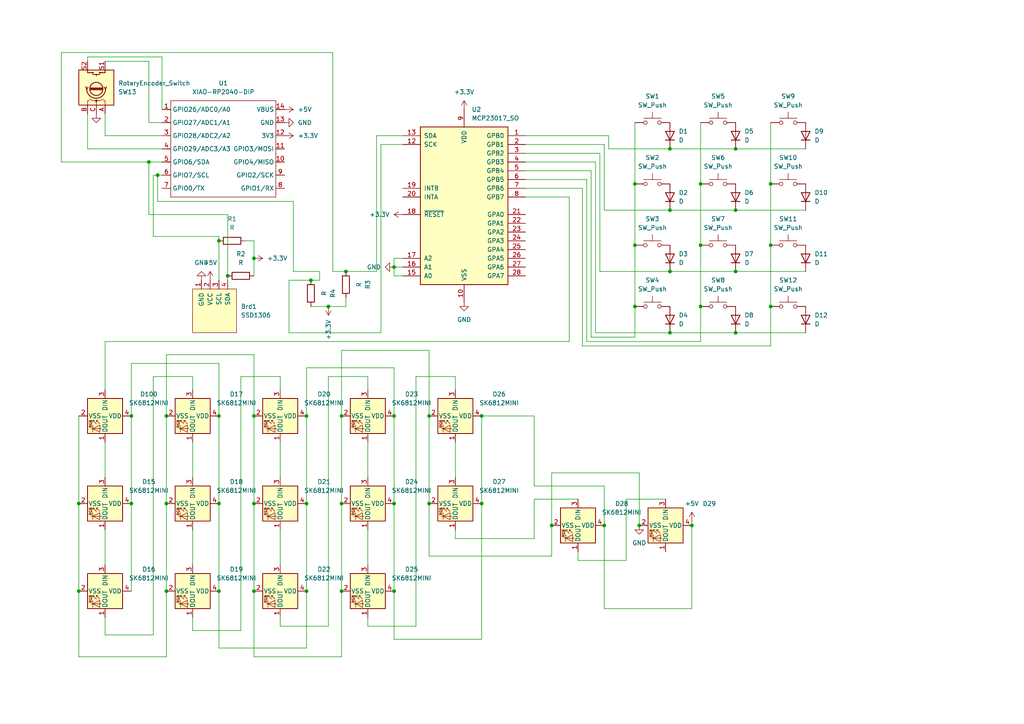
<source format=kicad_sch>
(kicad_sch (version 20231120) (generator "eeschema") (generator_version "8.0")
  (paper "A4")
  (lib_symbols
    (symbol "Device:D" (pin_numbers hide) (pin_names (offset 1.016) hide)
      (property "Reference" "D" (at 0 2.54 0))
      (property "Value" "D" (at 0 -2.54 0))
      (symbol "D_0_1"
        (polyline (pts (xy -1.27 1.27) (xy -1.27 -1.27)) (stroke (width 0.254)))
        (polyline (pts (xy 1.27 0) (xy -1.27 0)))
        (polyline (pts (xy 1.27 1.27) (xy 1.27 -1.27) (xy -1.27 0) (xy 1.27 1.27)) (stroke (width 0.254)))
      )
      (symbol "D_1_1"
        (pin passive line (at -3.81 0 0) (length 2.54) (name "K") (number "1"))
        (pin passive line (at 3.81 0 180) (length 2.54) (name "A") (number "2"))
      )
    )
    (symbol "Device:R" (pin_numbers hide) (pin_names (offset 0))
      (property "Reference" "R" (at 2.032 0 90))
      (property "Value" "R" (at 0 0 90))
      (symbol "R_0_1"
        (rectangle (start -1.016 -2.54) (end 1.016 2.54) (stroke (width 0.254)))
      )
      (symbol "R_1_1"
        (pin passive line (at 0 3.81 270) (length 1.27) (name "~") (number "1"))
        (pin passive line (at 0 -3.81 90) (length 1.27) (name "~") (number "2"))
      )
    )
    (symbol "Device:RotaryEncoder_Switch" (pin_names (offset 0.254) hide)
      (property "Reference" "SW" (at 0 6.604 0))
      (property "Value" "RotaryEncoder_Switch" (at 0 -6.604 0))
      (symbol "RotaryEncoder_Switch_0_1"
        (rectangle (start -5.08 5.08) (end 5.08 -5.08) (stroke (width 0.254)) (fill (type background)))
        (circle (center -3.81 0) (radius 0.254) (fill (type outline)))
        (circle (center -0.381 0) (radius 1.905) (stroke (width 0.254)))
        (arc (start -0.381 2.667) (mid -3.0988 -0.0635) (end -0.381 -2.794) (stroke (width 0.254)))
        (polyline (pts (xy -0.635 -1.778) (xy -0.635 1.778)) (stroke (width 0.254)))
        (polyline (pts (xy -0.381 -1.778) (xy -0.381 1.778)) (stroke (width 0.254)))
        (polyline (pts (xy -0.127 1.778) (xy -0.127 -1.778)) (stroke (width 0.254)))
        (polyline (pts (xy 3.81 0) (xy 3.429 0)) (stroke (width 0.254)))
        (polyline (pts (xy 3.81 1.016) (xy 3.81 -1.016)) (stroke (width 0.254)))
        (polyline (pts (xy -5.08 -2.54) (xy -3.81 -2.54) (xy -3.81 -2.032)))
        (polyline (pts (xy -5.08 2.54) (xy -3.81 2.54) (xy -3.81 2.032)))
        (polyline (pts (xy 0.254 -3.048) (xy -0.508 -2.794) (xy 0.127 -2.413)) (stroke (width 0.254)))
        (polyline (pts (xy 0.254 2.921) (xy -0.508 2.667) (xy 0.127 2.286)) (stroke (width 0.254)))
        (polyline (pts (xy 5.08 -2.54) (xy 4.318 -2.54) (xy 4.318 -1.016)) (stroke (width 0.254)))
        (polyline (pts (xy 5.08 2.54) (xy 4.318 2.54) (xy 4.318 1.016)) (stroke (width 0.254)))
        (polyline (pts (xy -5.08 0) (xy -3.81 0) (xy -3.81 -1.016) (xy -3.302 -2.032)))
        (polyline (pts (xy -4.318 0) (xy -3.81 0) (xy -3.81 1.016) (xy -3.302 2.032)))
        (circle (center 4.318 -1.016) (radius 0.127) (stroke (width 0.254)))
        (circle (center 4.318 1.016) (radius 0.127) (stroke (width 0.254)))
      )
      (symbol "RotaryEncoder_Switch_1_1"
        (pin passive line (at -7.62 2.54 0) (length 2.54) (name "A") (number "A"))
        (pin passive line (at -7.62 -2.54 0) (length 2.54) (name "B") (number "B"))
        (pin passive line (at -7.62 0 0) (length 2.54) (name "C") (number "C"))
        (pin passive line (at 7.62 2.54 180) (length 2.54) (name "S1") (number "S1"))
        (pin passive line (at 7.62 -2.54 180) (length 2.54) (name "S2") (number "S2"))
      )
    )
    (symbol "Interface_Expansion:MCP23017_SO" (pin_names (offset 1.016))
      (property "Reference" "U" (at -11.43 24.13 0))
      (property "Value" "MCP23017_SO" (at 0 0 0))
      (symbol "MCP23017_SO_0_1"
        (rectangle (start -12.7 22.86) (end 12.7 -22.86) (stroke (width 0.254)) (fill (type background)))
      )
      (symbol "MCP23017_SO_1_1"
        (pin bidirectional line (at 17.78 20.32 180) (length 5.08) (name "GPB0") (number "1"))
        (pin power_in line (at 0 -27.94 90) (length 5.08) (name "VSS") (number "10"))
        (pin no_connect line (at -12.7 15.24 0) (length 5.08) hide (name "NC") (number "11"))
        (pin input line (at -17.78 17.78 0) (length 5.08) (name "SCK") (number "12"))
        (pin bidirectional line (at -17.78 20.32 0) (length 5.08) (name "SDA") (number "13"))
        (pin no_connect line (at -12.7 12.7 0) (length 5.08) hide (name "NC") (number "14"))
        (pin input line (at -17.78 -20.32 0) (length 5.08) (name "A0") (number "15"))
        (pin input line (at -17.78 -17.78 0) (length 5.08) (name "A1") (number "16"))
        (pin input line (at -17.78 -15.24 0) (length 5.08) (name "A2") (number "17"))
        (pin input line (at -17.78 -2.54 0) (length 5.08) (name "~{RESET}") (number "18"))
        (pin tri_state line (at -17.78 5.08 0) (length 5.08) (name "INTB") (number "19"))
        (pin bidirectional line (at 17.78 17.78 180) (length 5.08) (name "GPB1") (number "2"))
        (pin tri_state line (at -17.78 2.54 0) (length 5.08) (name "INTA") (number "20"))
        (pin bidirectional line (at 17.78 -2.54 180) (length 5.08) (name "GPA0") (number "21"))
        (pin bidirectional line (at 17.78 -5.08 180) (length 5.08) (name "GPA1") (number "22"))
        (pin bidirectional line (at 17.78 -7.62 180) (length 5.08) (name "GPA2") (number "23"))
        (pin bidirectional line (at 17.78 -10.16 180) (length 5.08) (name "GPA3") (number "24"))
        (pin bidirectional line (at 17.78 -12.7 180) (length 5.08) (name "GPA4") (number "25"))
        (pin bidirectional line (at 17.78 -15.24 180) (length 5.08) (name "GPA5") (number "26"))
        (pin bidirectional line (at 17.78 -17.78 180) (length 5.08) (name "GPA6") (number "27"))
        (pin output line (at 17.78 -20.32 180) (length 5.08) (name "GPA7") (number "28"))
        (pin bidirectional line (at 17.78 15.24 180) (length 5.08) (name "GPB2") (number "3"))
        (pin bidirectional line (at 17.78 12.7 180) (length 5.08) (name "GPB3") (number "4"))
        (pin bidirectional line (at 17.78 10.16 180) (length 5.08) (name "GPB4") (number "5"))
        (pin bidirectional line (at 17.78 7.62 180) (length 5.08) (name "GPB5") (number "6"))
        (pin bidirectional line (at 17.78 5.08 180) (length 5.08) (name "GPB6") (number "7"))
        (pin output line (at 17.78 2.54 180) (length 5.08) (name "GPB7") (number "8"))
        (pin power_in line (at 0 27.94 270) (length 5.08) (name "VDD") (number "9"))
      )
    )
    (symbol "LED:SK6812MINI" (pin_names (offset 0.254))
      (property "Reference" "D" (at 5.08 5.715 0))
      (property "Value" "SK6812MINI" (at 1.27 -5.715 0))
      (symbol "SK6812MINI_0_0"
        (text "RGB" (at 2.286 -4.191 0) (effects (font (size 0.762 0.762))))
      )
      (symbol "SK6812MINI_0_1"
        (polyline (pts (xy 1.27 -3.556) (xy 1.778 -3.556)))
        (polyline (pts (xy 1.27 -2.54) (xy 1.778 -2.54)))
        (polyline (pts (xy 4.699 -3.556) (xy 2.667 -3.556)))
        (polyline (pts (xy 2.286 -2.54) (xy 1.27 -3.556) (xy 1.27 -3.048)))
        (polyline (pts (xy 2.286 -1.524) (xy 1.27 -2.54) (xy 1.27 -2.032)))
        (polyline (pts (xy 3.683 -1.016) (xy 3.683 -3.556) (xy 3.683 -4.064)))
        (polyline (pts (xy 4.699 -1.524) (xy 2.667 -1.524) (xy 3.683 -3.556) (xy 4.699 -1.524)))
        (rectangle (start 5.08 5.08) (end -5.08 -5.08) (stroke (width 0.254)) (fill (type background)))
      )
      (symbol "SK6812MINI_1_1"
        (pin output line (at 7.62 0 180) (length 2.54) (name "DOUT") (number "1"))
        (pin power_in line (at 0 -7.62 90) (length 2.54) (name "VSS") (number "2"))
        (pin input line (at -7.62 0 0) (length 2.54) (name "DIN") (number "3"))
        (pin power_in line (at 0 7.62 270) (length 2.54) (name "VDD") (number "4"))
      )
    )
    (symbol "OPL:XIAO-RP2040-DIP"
      (property "Reference" "U" (at 0 0 0))
      (property "Value" "XIAO-RP2040-DIP" (at 5.334 -1.778 0))
      (symbol "XIAO-RP2040-DIP_1_0"
        (polyline (pts (xy -1.27 -30.48) (xy -1.27 -16.51)) (stroke (width 0.1524)))
        (polyline (pts (xy -1.27 -27.94) (xy -2.54 -27.94)) (stroke (width 0.1524)))
        (polyline (pts (xy -1.27 -24.13) (xy -2.54 -24.13)) (stroke (width 0.1524)))
        (polyline (pts (xy -1.27 -20.32) (xy -2.54 -20.32)) (stroke (width 0.1524)))
        (polyline (pts (xy -1.27 -16.51) (xy -2.54 -16.51)) (stroke (width 0.1524)))
        (polyline (pts (xy -1.27 -16.51) (xy -1.27 -12.7)) (stroke (width 0.1524)))
        (polyline (pts (xy -1.27 -12.7) (xy -2.54 -12.7)) (stroke (width 0.1524)))
        (polyline (pts (xy -1.27 -12.7) (xy -1.27 -8.89)) (stroke (width 0.1524)))
        (polyline (pts (xy -1.27 -8.89) (xy -2.54 -8.89)) (stroke (width 0.1524)))
        (polyline (pts (xy -1.27 -8.89) (xy -1.27 -5.08)) (stroke (width 0.1524)))
        (polyline (pts (xy -1.27 -5.08) (xy -2.54 -5.08)) (stroke (width 0.1524)))
        (polyline (pts (xy -1.27 -5.08) (xy -1.27 -2.54)) (stroke (width 0.1524)))
        (polyline (pts (xy -1.27 -2.54) (xy 29.21 -2.54)) (stroke (width 0.1524)))
        (polyline (pts (xy 29.21 -30.48) (xy -1.27 -30.48)) (stroke (width 0.1524)))
        (polyline (pts (xy 29.21 -12.7) (xy 29.21 -30.48)) (stroke (width 0.1524)))
        (polyline (pts (xy 29.21 -8.89) (xy 29.21 -12.7)) (stroke (width 0.1524)))
        (polyline (pts (xy 29.21 -5.08) (xy 29.21 -8.89)) (stroke (width 0.1524)))
        (polyline (pts (xy 29.21 -2.54) (xy 29.21 -5.08)) (stroke (width 0.1524)))
        (polyline (pts (xy 30.48 -27.94) (xy 29.21 -27.94)) (stroke (width 0.1524)))
        (polyline (pts (xy 30.48 -24.13) (xy 29.21 -24.13)) (stroke (width 0.1524)))
        (polyline (pts (xy 30.48 -20.32) (xy 29.21 -20.32)) (stroke (width 0.1524)))
        (polyline (pts (xy 30.48 -16.51) (xy 29.21 -16.51)) (stroke (width 0.1524)))
        (polyline (pts (xy 30.48 -12.7) (xy 29.21 -12.7)) (stroke (width 0.1524)))
        (polyline (pts (xy 30.48 -8.89) (xy 29.21 -8.89)) (stroke (width 0.1524)))
        (polyline (pts (xy 30.48 -5.08) (xy 29.21 -5.08)) (stroke (width 0.1524)))
        (pin passive line (at -3.81 -5.08 0) (length 2.54) (name "GPIO26/ADC0/A0") (number "1"))
        (pin passive line (at 31.75 -20.32 180) (length 2.54) (name "GPIO4/MISO") (number "10"))
        (pin passive line (at 31.75 -16.51 180) (length 2.54) (name "GPIO3/MOSI") (number "11"))
        (pin passive line (at 31.75 -12.7 180) (length 2.54) (name "3V3") (number "12"))
        (pin passive line (at 31.75 -8.89 180) (length 2.54) (name "GND") (number "13"))
        (pin passive line (at 31.75 -5.08 180) (length 2.54) (name "VBUS") (number "14"))
        (pin passive line (at -3.81 -8.89 0) (length 2.54) (name "GPIO27/ADC1/A1") (number "2"))
        (pin passive line (at -3.81 -12.7 0) (length 2.54) (name "GPIO28/ADC2/A2") (number "3"))
        (pin passive line (at -3.81 -16.51 0) (length 2.54) (name "GPIO29/ADC3/A3") (number "4"))
        (pin passive line (at -3.81 -20.32 0) (length 2.54) (name "GPIO6/SDA") (number "5"))
        (pin passive line (at -3.81 -24.13 0) (length 2.54) (name "GPIO7/SCL") (number "6"))
        (pin passive line (at -3.81 -27.94 0) (length 2.54) (name "GPIO0/TX") (number "7"))
        (pin passive line (at 31.75 -27.94 180) (length 2.54) (name "GPIO1/RX") (number "8"))
        (pin passive line (at 31.75 -24.13 180) (length 2.54) (name "GPIO2/SCK") (number "9"))
      )
    )
    (symbol "Switch:SW_Push" (pin_numbers hide) (pin_names (offset 1.016) hide)
      (property "Reference" "SW" (at 1.27 2.54 0))
      (property "Value" "SW_Push" (at 0 -1.524 0))
      (symbol "SW_Push_0_1"
        (circle (center -2.032 0) (radius 0.508))
        (polyline (pts (xy 0 1.27) (xy 0 3.048)))
        (polyline (pts (xy 2.54 1.27) (xy -2.54 1.27)))
        (circle (center 2.032 0) (radius 0.508))
        (pin passive line (at -5.08 0 0) (length 2.54) (name "1") (number "1"))
        (pin passive line (at 5.08 0 180) (length 2.54) (name "2") (number "2"))
      )
    )
    (symbol "oled:SSD1306" (pin_names (offset 1.016))
      (property "Reference" "Brd" (at 0 -3.81 0))
      (property "Value" "SSD1306" (at 0 -1.27 0))
      (symbol "SSD1306_0_1"
        (rectangle (start -6.35 6.35) (end 6.35 -6.35) (fill (type background)))
      )
      (symbol "SSD1306_1_1"
        (pin input line (at -3.81 8.89 270) (length 2.54) (name "GND") (number "1"))
        (pin input line (at -1.27 8.89 270) (length 2.54) (name "VCC") (number "2"))
        (pin input line (at 1.27 8.89 270) (length 2.54) (name "SCL") (number "3"))
        (pin input line (at 3.81 8.89 270) (length 2.54) (name "SDA") (number "4"))
      )
    )
    (symbol "power:+3.3V" (power) (pin_numbers hide) (pin_names (offset 0) hide)
      (property "Value" "+3.3V" (at 0 3.556 0))
      (symbol "+3.3V_0_1"
        (polyline (pts (xy -0.762 1.27) (xy 0 2.54)))
        (polyline (pts (xy 0 0) (xy 0 2.54)))
        (polyline (pts (xy 0 2.54) (xy 0.762 1.27)))
      )
      (symbol "+3.3V_1_1"
        (pin power_in line (at 0 0 90) (length 0) (name "~") (number "1"))
      )
    )
    (symbol "power:+5V" (power) (pin_numbers hide) (pin_names (offset 0) hide)
      (property "Value" "+5V" (at 0 3.556 0))
      (symbol "+5V_0_1"
        (polyline (pts (xy -0.762 1.27) (xy 0 2.54)))
        (polyline (pts (xy 0 0) (xy 0 2.54)))
        (polyline (pts (xy 0 2.54) (xy 0.762 1.27)))
      )
      (symbol "+5V_1_1"
        (pin power_in line (at 0 0 90) (length 0) (name "~") (number "1"))
      )
    )
    (symbol "power:GND" (power) (pin_numbers hide) (pin_names (offset 0) hide)
      (property "Value" "GND" (at 0 -3.81 0))
      (symbol "GND_0_1"
        (polyline (pts (xy 0 0) (xy 0 -1.27) (xy 1.27 -1.27) (xy 0 -2.54) (xy -1.27 -1.27) (xy 0 -1.27)))
      )
      (symbol "GND_1_1"
        (pin power_in line (at 0 0 270) (length 0) (name "~") (number "1"))
      )
    )
  )
  (junction (at 213.36 43.18))
  (junction (at 88.9 120.65))
  (junction (at 63.5 146.05))
  (junction (at 22.86 171.45))
  (junction (at 114.3 146.05))
  (junction (at 73.66 171.45))
  (junction (at 184.15 53.34))
  (junction (at 99.06 171.45))
  (junction (at 194.31 96.52))
  (junction (at 203.2 71.12))
  (junction (at 184.15 88.9))
  (junction (at 73.66 120.65))
  (junction (at 114.3 120.65))
  (junction (at 90.17 81.28))
  (junction (at 203.2 88.9))
  (junction (at 213.36 96.52))
  (junction (at 114.3 77.47))
  (junction (at 73.66 146.05))
  (junction (at 73.66 74.93))
  (junction (at 63.5 69.85))
  (junction (at 139.7 120.65))
  (junction (at 194.31 60.96))
  (junction (at 124.46 146.05))
  (junction (at 184.15 71.12))
  (junction (at 22.86 146.05))
  (junction (at 223.52 71.12))
  (junction (at 139.7 146.05))
  (junction (at 124.46 120.65))
  (junction (at 114.3 171.45))
  (junction (at 66.04 80.01))
  (junction (at 213.36 60.96))
  (junction (at 88.9 146.05))
  (junction (at 213.36 78.74))
  (junction (at 63.5 171.45))
  (junction (at 48.26 120.65))
  (junction (at 194.31 43.18))
  (junction (at 88.9 171.45))
  (junction (at 63.5 120.65))
  (junction (at 160.02 152.4))
  (junction (at 95.25 88.9))
  (junction (at 43.18 46.99))
  (junction (at 100.33 78.74))
  (junction (at 223.52 53.34))
  (junction (at 48.26 171.45))
  (junction (at 48.26 146.05))
  (junction (at 185.42 152.4))
  (junction (at 99.06 120.65))
  (junction (at 194.31 78.74))
  (junction (at 99.06 146.05))
  (junction (at 223.52 88.9))
  (junction (at 200.66 152.4))
  (junction (at 38.1 120.65))
  (junction (at 45.72 50.8))
  (junction (at 38.1 146.05))
  (junction (at 175.26 152.4))
  (junction (at 203.2 53.34))
  (wire (pts (xy 38.1 105.41) (xy 63.5 105.41)))
  (wire (pts (xy 223.52 53.34) (xy 223.52 71.12)))
  (wire (pts (xy 154.94 156.21) (xy 154.94 144.78)))
  (wire (pts (xy 114.3 80.01) (xy 116.84 80.01)))
  (wire (pts (xy 88.9 187.96) (xy 88.9 171.45)))
  (wire (pts (xy 194.31 78.74) (xy 173.99 78.74)))
  (wire (pts (xy 170.18 99.06) (xy 170.18 52.07)))
  (wire (pts (xy 165.1 99.06) (xy 165.1 57.15)))
  (wire (pts (xy 30.48 33.02) (xy 30.48 39.37)))
  (wire (pts (xy 63.5 120.65) (xy 63.5 146.05)))
  (wire (pts (xy 194.31 60.96) (xy 213.36 60.96)))
  (wire (pts (xy 184.15 53.34) (xy 184.15 71.12)))
  (wire (pts (xy 223.52 35.56) (xy 223.52 53.34)))
  (wire (pts (xy 66.04 62.23) (xy 43.18 62.23)))
  (wire (pts (xy 17.78 15.24) (xy 96.52 15.24)))
  (wire (pts (xy 69.85 109.22) (xy 81.28 109.22)))
  (wire (pts (xy 114.3 120.65) (xy 114.3 146.05)))
  (wire (pts (xy 194.31 78.74) (xy 213.36 78.74)))
  (wire (pts (xy 66.04 81.28) (xy 66.04 80.01)))
  (wire (pts (xy 168.91 54.61) (xy 152.4 54.61)))
  (wire (pts (xy 71.12 69.85) (xy 73.66 69.85)))
  (wire (pts (xy 114.3 146.05) (xy 114.3 171.45)))
  (wire (pts (xy 22.86 146.05) (xy 22.86 171.45)))
  (wire (pts (xy 100.33 78.74) (xy 109.22 78.74)))
  (wire (pts (xy 223.52 100.33) (xy 168.91 100.33)))
  (wire (pts (xy 48.26 120.65) (xy 48.26 102.87)))
  (wire (pts (xy 184.15 35.56) (xy 184.15 53.34)))
  (wire (pts (xy 44.45 184.15) (xy 44.45 109.22)))
  (wire (pts (xy 48.26 102.87) (xy 73.66 102.87)))
  (wire (pts (xy 200.66 176.53) (xy 200.66 152.4)))
  (wire (pts (xy 114.3 77.47) (xy 116.84 77.47)))
  (wire (pts (xy 154.94 140.97) (xy 154.94 120.65)))
  (wire (pts (xy 83.82 81.28) (xy 83.82 96.52)))
  (wire (pts (xy 43.18 17.78) (xy 43.18 35.56)))
  (wire (pts (xy 85.09 58.42) (xy 85.09 78.74)))
  (wire (pts (xy 109.22 39.37) (xy 116.84 39.37)))
  (wire (pts (xy 213.36 78.74) (xy 233.68 78.74)))
  (wire (pts (xy 175.26 60.96) (xy 175.26 41.91)))
  (wire (pts (xy 45.72 50.8) (xy 45.72 58.42)))
  (wire (pts (xy 160.02 161.29) (xy 160.02 152.4)))
  (wire (pts (xy 124.46 146.05) (xy 124.46 161.29)))
  (wire (pts (xy 30.48 17.78) (xy 43.18 17.78)))
  (wire (pts (xy 114.3 77.47) (xy 114.3 80.01)))
  (wire (pts (xy 38.1 171.45) (xy 38.1 146.05)))
  (wire (pts (xy 30.48 184.15) (xy 44.45 184.15)))
  (wire (pts (xy 95.25 109.22) (xy 106.68 109.22)))
  (wire (pts (xy 30.48 179.07) (xy 30.48 184.15)))
  (wire (pts (xy 30.48 99.06) (xy 165.1 99.06)))
  (wire (pts (xy 132.08 153.67) (xy 132.08 156.21)))
  (wire (pts (xy 30.48 128.27) (xy 30.48 138.43)))
  (wire (pts (xy 96.52 78.74) (xy 100.33 78.74)))
  (wire (pts (xy 83.82 96.52) (xy 110.49 96.52)))
  (wire (pts (xy 55.88 109.22) (xy 55.88 113.03)))
  (wire (pts (xy 38.1 120.65) (xy 38.1 105.41)))
  (wire (pts (xy 48.26 146.05) (xy 48.26 120.65)))
  (wire (pts (xy 30.48 153.67) (xy 30.48 163.83)))
  (wire (pts (xy 22.86 171.45) (xy 22.86 190.5)))
  (wire (pts (xy 194.31 60.96) (xy 175.26 60.96)))
  (wire (pts (xy 45.72 50.8) (xy 46.99 50.8)))
  (wire (pts (xy 96.52 15.24) (xy 96.52 78.74)))
  (wire (pts (xy 81.28 153.67) (xy 81.28 163.83)))
  (wire (pts (xy 43.18 62.23) (xy 43.18 46.99)))
  (wire (pts (xy 124.46 101.6) (xy 124.46 120.65)))
  (wire (pts (xy 73.66 69.85) (xy 73.66 74.93)))
  (wire (pts (xy 175.26 176.53) (xy 200.66 176.53)))
  (wire (pts (xy 85.09 78.74) (xy 92.71 78.74)))
  (wire (pts (xy 172.72 96.52) (xy 172.72 46.99)))
  (wire (pts (xy 81.28 181.61) (xy 95.25 181.61)))
  (wire (pts (xy 194.31 43.18) (xy 176.53 43.18)))
  (wire (pts (xy 213.36 43.18) (xy 233.68 43.18)))
  (wire (pts (xy 106.68 179.07) (xy 106.68 181.61)))
  (wire (pts (xy 106.68 109.22) (xy 106.68 113.03)))
  (wire (pts (xy 109.22 78.74) (xy 109.22 39.37)))
  (wire (pts (xy 165.1 57.15) (xy 152.4 57.15)))
  (wire (pts (xy 55.88 128.27) (xy 55.88 138.43)))
  (wire (pts (xy 106.68 181.61) (xy 120.65 181.61)))
  (wire (pts (xy 184.15 71.12) (xy 184.15 88.9)))
  (wire (pts (xy 44.45 68.58) (xy 44.45 50.8)))
  (wire (pts (xy 17.78 46.99) (xy 17.78 15.24)))
  (wire (pts (xy 38.1 146.05) (xy 38.1 120.65)))
  (wire (pts (xy 25.4 33.02) (xy 25.4 43.18)))
  (wire (pts (xy 69.85 182.88) (xy 69.85 109.22)))
  (wire (pts (xy 55.88 179.07) (xy 55.88 182.88)))
  (wire (pts (xy 100.33 86.36) (xy 100.33 88.9)))
  (wire (pts (xy 139.7 185.42) (xy 139.7 146.05)))
  (wire (pts (xy 213.36 96.52) (xy 233.68 96.52)))
  (wire (pts (xy 171.45 97.79) (xy 171.45 49.53)))
  (wire (pts (xy 92.71 78.74) (xy 92.71 81.28)))
  (wire (pts (xy 203.2 71.12) (xy 203.2 88.9)))
  (wire (pts (xy 124.46 120.65) (xy 124.46 146.05)))
  (wire (pts (xy 90.17 81.28) (xy 83.82 81.28)))
  (wire (pts (xy 120.65 181.61) (xy 120.65 109.22)))
  (wire (pts (xy 63.5 69.85) (xy 63.5 68.58)))
  (wire (pts (xy 43.18 35.56) (xy 46.99 35.56)))
  (wire (pts (xy 120.65 109.22) (xy 132.08 109.22)))
  (wire (pts (xy 88.9 146.05) (xy 88.9 120.65)))
  (wire (pts (xy 132.08 128.27) (xy 132.08 138.43)))
  (wire (pts (xy 25.4 17.78) (xy 25.4 16.51)))
  (wire (pts (xy 184.15 88.9) (xy 184.15 97.79)))
  (wire (pts (xy 22.86 190.5) (xy 48.26 190.5)))
  (wire (pts (xy 184.15 97.79) (xy 171.45 97.79)))
  (wire (pts (xy 63.5 146.05) (xy 63.5 171.45)))
  (wire (pts (xy 95.25 181.61) (xy 95.25 109.22)))
  (wire (pts (xy 25.4 16.51) (xy 46.99 16.51)))
  (wire (pts (xy 194.31 43.18) (xy 213.36 43.18)))
  (wire (pts (xy 194.31 96.52) (xy 172.72 96.52)))
  (wire (pts (xy 45.72 58.42) (xy 85.09 58.42)))
  (wire (pts (xy 30.48 113.03) (xy 30.48 99.06)))
  (wire (pts (xy 100.33 88.9) (xy 95.25 88.9)))
  (wire (pts (xy 173.99 78.74) (xy 173.99 44.45)))
  (wire (pts (xy 88.9 171.45) (xy 88.9 146.05)))
  (wire (pts (xy 55.88 182.88) (xy 69.85 182.88)))
  (wire (pts (xy 213.36 60.96) (xy 233.68 60.96)))
  (wire (pts (xy 25.4 43.18) (xy 46.99 43.18)))
  (wire (pts (xy 110.49 41.91) (xy 116.84 41.91)))
  (wire (pts (xy 175.26 140.97) (xy 154.94 140.97)))
  (wire (pts (xy 73.66 74.93) (xy 73.66 80.01)))
  (wire (pts (xy 172.72 46.99) (xy 152.4 46.99)))
  (wire (pts (xy 139.7 146.05) (xy 139.7 120.65)))
  (wire (pts (xy 223.52 71.12) (xy 223.52 88.9)))
  (wire (pts (xy 114.3 185.42) (xy 139.7 185.42)))
  (wire (pts (xy 132.08 109.22) (xy 132.08 113.03)))
  (wire (pts (xy 124.46 161.29) (xy 160.02 161.29)))
  (wire (pts (xy 63.5 81.28) (xy 63.5 69.85)))
  (wire (pts (xy 175.26 152.4) (xy 175.26 140.97)))
  (wire (pts (xy 99.06 146.05) (xy 99.06 120.65)))
  (wire (pts (xy 63.5 171.45) (xy 63.5 187.96)))
  (wire (pts (xy 73.66 102.87) (xy 73.66 120.65)))
  (wire (pts (xy 173.99 44.45) (xy 152.4 44.45)))
  (wire (pts (xy 46.99 16.51) (xy 46.99 31.75)))
  (wire (pts (xy 63.5 105.41) (xy 63.5 120.65)))
  (wire (pts (xy 81.28 128.27) (xy 81.28 138.43)))
  (wire (pts (xy 63.5 187.96) (xy 88.9 187.96)))
  (wire (pts (xy 176.53 39.37) (xy 152.4 39.37)))
  (wire (pts (xy 203.2 35.56) (xy 203.2 53.34)))
  (wire (pts (xy 55.88 153.67) (xy 55.88 163.83)))
  (wire (pts (xy 160.02 137.16) (xy 185.42 137.16)))
  (wire (pts (xy 95.25 88.9) (xy 90.17 88.9)))
  (wire (pts (xy 203.2 88.9) (xy 203.2 99.06)))
  (wire (pts (xy 92.71 81.28) (xy 90.17 81.28)))
  (wire (pts (xy 181.61 144.78) (xy 193.04 144.78)))
  (wire (pts (xy 200.66 152.4) (xy 200.66 151.13)))
  (wire (pts (xy 63.5 68.58) (xy 44.45 68.58)))
  (wire (pts (xy 168.91 100.33) (xy 168.91 54.61)))
  (wire (pts (xy 99.06 171.45) (xy 99.06 146.05)))
  (wire (pts (xy 132.08 156.21) (xy 154.94 156.21)))
  (wire (pts (xy 48.26 171.45) (xy 48.26 146.05)))
  (wire (pts (xy 176.53 43.18) (xy 176.53 39.37)))
  (wire (pts (xy 194.31 96.52) (xy 213.36 96.52)))
  (wire (pts (xy 167.64 162.56) (xy 181.61 162.56)))
  (wire (pts (xy 44.45 109.22) (xy 55.88 109.22)))
  (wire (pts (xy 154.94 120.65) (xy 139.7 120.65)))
  (wire (pts (xy 22.86 120.65) (xy 22.86 146.05)))
  (wire (pts (xy 223.52 88.9) (xy 223.52 100.33)))
  (wire (pts (xy 175.26 152.4) (xy 175.26 176.53)))
  (wire (pts (xy 81.28 179.07) (xy 81.28 181.61)))
  (wire (pts (xy 154.94 144.78) (xy 167.64 144.78)))
  (wire (pts (xy 73.66 171.45) (xy 73.66 190.5)))
  (wire (pts (xy 81.28 109.22) (xy 81.28 113.03)))
  (wire (pts (xy 203.2 99.06) (xy 170.18 99.06)))
  (wire (pts (xy 114.3 171.45) (xy 114.3 185.42)))
  (wire (pts (xy 30.48 39.37) (xy 46.99 39.37)))
  (wire (pts (xy 88.9 120.65) (xy 88.9 106.68)))
  (wire (pts (xy 114.3 74.93) (xy 116.84 74.93)))
  (wire (pts (xy 185.42 137.16) (xy 185.42 152.4)))
  (wire (pts (xy 167.64 160.02) (xy 167.64 162.56)))
  (wire (pts (xy 88.9 106.68) (xy 114.3 106.68)))
  (wire (pts (xy 99.06 120.65) (xy 99.06 101.6)))
  (wire (pts (xy 48.26 190.5) (xy 48.26 171.45)))
  (wire (pts (xy 73.66 120.65) (xy 73.66 146.05)))
  (wire (pts (xy 99.06 101.6) (xy 124.46 101.6)))
  (wire (pts (xy 114.3 77.47) (xy 114.3 74.93)))
  (wire (pts (xy 171.45 49.53) (xy 152.4 49.53)))
  (wire (pts (xy 106.68 153.67) (xy 106.68 163.83)))
  (wire (pts (xy 73.66 146.05) (xy 73.66 171.45)))
  (wire (pts (xy 110.49 96.52) (xy 110.49 41.91)))
  (wire (pts (xy 114.3 106.68) (xy 114.3 120.65)))
  (wire (pts (xy 73.66 190.5) (xy 99.06 190.5)))
  (wire (pts (xy 160.02 152.4) (xy 160.02 137.16)))
  (wire (pts (xy 99.06 190.5) (xy 99.06 171.45)))
  (wire (pts (xy 181.61 162.56) (xy 181.61 144.78)))
  (wire (pts (xy 17.78 46.99) (xy 43.18 46.99)))
  (wire (pts (xy 44.45 50.8) (xy 45.72 50.8)))
  (wire (pts (xy 43.18 46.99) (xy 46.99 46.99)))
  (wire (pts (xy 106.68 128.27) (xy 106.68 138.43)))
  (wire (pts (xy 175.26 41.91) (xy 152.4 41.91)))
  (wire (pts (xy 203.2 53.34) (xy 203.2 71.12)))
  (wire (pts (xy 66.04 80.01) (xy 66.04 62.23)))
  (wire (pts (xy 170.18 52.07) (xy 152.4 52.07)))
  (symbol (lib_id "Device:D") (at 194.31 92.71 90) (unit 1)
    (property "Reference" "D4" (at 196.85 91.4399 90) (effects (justify right)))
    (property "Value" "D" (at 196.85 93.9799 90) (effects (justify right)))
    (property "Footprint" "Diode_THT:D_DO-35_SOD27_P7.62mm_Horizontal" (effects (hide yes)))
    (property "Description" "Diode" (effects (hide yes)))
    (property "Sim.Device" "D" (effects (hide yes)))
    (property "Sim.Pins" "1=K 2=A" (effects (hide yes)))
  )
  (symbol (lib_id "OPL:XIAO-RP2040-DIP") (at 50.8 26.67 0) (unit 1)
    (property "Reference" "U1" (at 64.77 24.13 0))
    (property "Value" "XIAO-RP2040-DIP" (at 64.77 26.67 0))
    (property "Footprint" "OPL:XIAO-RP2040-DIP" (effects (hide yes)))
  )
  (symbol (lib_id "Switch:SW_Push") (at 208.28 35.56 0) (unit 1)
    (property "Reference" "SW5" (at 208.28 27.94 0))
    (property "Value" "SW_Push" (at 208.28 30.48 0))
    (property "Footprint" "Button_Switch_Keyboard:SW_Cherry_MX_1.00u_PCB" (effects (hide yes)))
    (property "Description" "Push button switch, generic, two pins" (effects (hide yes)))
  )
  (symbol (lib_id "LED:SK6812MINI") (at 30.48 171.45 270) (unit 1)
    (property "Reference" "D16" (at 43.18 165.1314 90))
    (property "Value" "SK6812MINI" (at 43.18 167.6714 90))
    (property "Footprint" "led:SK6812MINI-E" (effects (hide yes)))
    (property "Datasheet" "https://cdn-shop.adafruit.com/product-files/2686/SK6812MINI_REV.01-1-2.pdf" (effects (hide yes)))
    (property "Description" "RGB LED with integrated controller" (effects (hide yes)))
  )
  (symbol (lib_id "LED:SK6812MINI") (at 132.08 120.65 270) (unit 1)
    (property "Reference" "D26" (at 144.78 114.3314 90))
    (property "Value" "SK6812MINI" (at 144.78 116.8714 90))
    (property "Footprint" "led:SK6812MINI-E" (effects (hide yes)))
    (property "Datasheet" "https://cdn-shop.adafruit.com/product-files/2686/SK6812MINI_REV.01-1-2.pdf" (effects (hide yes)))
    (property "Description" "RGB LED with integrated controller" (effects (hide yes)))
  )
  (symbol (lib_id "LED:SK6812MINI") (at 30.48 120.65 270) (unit 1)
    (property "Reference" "D100" (at 43.18 114.3314 90))
    (property "Value" "SK6812MINI" (at 43.18 116.8714 90))
    (property "Footprint" "led:SK6812MINI-E" (effects (hide yes)))
    (property "Datasheet" "https://cdn-shop.adafruit.com/product-files/2686/SK6812MINI_REV.01-1-2.pdf" (effects (hide yes)))
    (property "Description" "RGB LED with integrated controller" (effects (hide yes)))
  )
  (symbol (lib_id "oled:SSD1306") (at 62.23 90.17 0) (unit 1)
    (property "Reference" "Brd1" (at 69.85 88.8999 0) (effects (justify left)))
    (property "Value" "SSD1306" (at 69.85 91.4399 0) (effects (justify left)))
    (property "Footprint" "oled:128x64OLED" (effects (hide yes)))
    (property "Description" "SSD1306 OLED" (effects (hide yes)))
  )
  (symbol (lib_id "LED:SK6812MINI") (at 30.48 146.05 270) (unit 1)
    (property "Reference" "D15" (at 43.18 139.7314 90))
    (property "Value" "SK6812MINI" (at 43.18 142.2714 90))
    (property "Footprint" "led:SK6812MINI-E" (effects (hide yes)))
    (property "Datasheet" "https://cdn-shop.adafruit.com/product-files/2686/SK6812MINI_REV.01-1-2.pdf" (effects (hide yes)))
    (property "Description" "RGB LED with integrated controller" (effects (hide yes)))
  )
  (symbol (lib_id "power:+3.3V") (at 134.62 31.75 0) (unit 1)
    (property "Reference" "#PWR08" (effects (hide yes)))
    (property "Value" "+3.3V" (at 134.62 26.67 0))
    (property "Description" "Power symbol creates a global label with name \"+3.3V\"" (effects (hide yes)))
  )
  (symbol (lib_id "Switch:SW_Push") (at 189.23 35.56 0) (unit 1)
    (property "Reference" "SW1" (at 189.23 27.94 0))
    (property "Value" "SW_Push" (at 189.23 30.48 0))
    (property "Footprint" "Button_Switch_Keyboard:SW_Cherry_MX_1.00u_PCB" (effects (hide yes)))
    (property "Description" "Push button switch, generic, two pins" (effects (hide yes)))
  )
  (symbol (lib_id "power:+5V") (at 200.66 151.13 0) (unit 1)
    (property "Reference" "#PWR015" (effects (hide yes)))
    (property "Value" "+5V" (at 200.66 146.05 0))
    (property "Description" "Power symbol creates a global label with name \"+5V\"" (effects (hide yes)))
  )
  (symbol (lib_id "Device:D") (at 213.36 57.15 90) (unit 1)
    (property "Reference" "D6" (at 215.9 55.8799 90) (effects (justify right)))
    (property "Value" "D" (at 215.9 58.4199 90) (effects (justify right)))
    (property "Footprint" "Diode_THT:D_DO-35_SOD27_P7.62mm_Horizontal" (effects (hide yes)))
    (property "Description" "Diode" (effects (hide yes)))
    (property "Sim.Device" "D" (effects (hide yes)))
    (property "Sim.Pins" "1=K 2=A" (effects (hide yes)))
  )
  (symbol (lib_id "Device:R") (at 90.17 85.09 0) (unit 1)
    (property "Reference" "R4" (at 96.52 85.09 90))
    (property "Value" "R" (at 93.98 85.09 90))
    (property "Footprint" "Resistor_THT:R_Axial_DIN0204_L3.6mm_D1.6mm_P7.62mm_Horizontal" (effects (hide yes)))
    (property "Description" "Resistor" (effects (hide yes)))
  )
  (symbol (lib_id "LED:SK6812MINI") (at 193.04 152.4 270) (unit 1)
    (property "Reference" "D29" (at 205.74 146.0814 90))
    (property "Value" "SK6812MINI" (effects (hide yes)))
    (property "Footprint" "led:SK6812MINI-E" (effects (hide yes)))
    (property "Datasheet" "https://cdn-shop.adafruit.com/product-files/2686/SK6812MINI_REV.01-1-2.pdf" (effects (hide yes)))
    (property "Description" "RGB LED with integrated controller" (effects (hide yes)))
  )
  (symbol (lib_id "Device:D") (at 233.68 57.15 90) (unit 1)
    (property "Reference" "D10" (at 236.22 55.8799 90) (effects (justify right)))
    (property "Value" "D" (at 236.22 58.4199 90) (effects (justify right)))
    (property "Footprint" "Diode_THT:D_DO-35_SOD27_P7.62mm_Horizontal" (effects (hide yes)))
    (property "Description" "Diode" (effects (hide yes)))
    (property "Sim.Device" "D" (effects (hide yes)))
    (property "Sim.Pins" "1=K 2=A" (effects (hide yes)))
  )
  (symbol (lib_id "Device:D") (at 213.36 39.37 90) (unit 1)
    (property "Reference" "D5" (at 215.9 38.0999 90) (effects (justify right)))
    (property "Value" "D" (at 215.9 40.6399 90) (effects (justify right)))
    (property "Footprint" "Diode_THT:D_DO-35_SOD27_P7.62mm_Horizontal" (effects (hide yes)))
    (property "Description" "Diode" (effects (hide yes)))
    (property "Sim.Device" "D" (effects (hide yes)))
    (property "Sim.Pins" "1=K 2=A" (effects (hide yes)))
  )
  (symbol (lib_id "LED:SK6812MINI") (at 106.68 146.05 270) (unit 1)
    (property "Reference" "D24" (at 119.38 139.7314 90))
    (property "Value" "SK6812MINI" (at 119.38 142.2714 90))
    (property "Footprint" "led:SK6812MINI-E" (effects (hide yes)))
    (property "Datasheet" "https://cdn-shop.adafruit.com/product-files/2686/SK6812MINI_REV.01-1-2.pdf" (effects (hide yes)))
    (property "Description" "RGB LED with integrated controller" (effects (hide yes)))
  )
  (symbol (lib_id "Device:D") (at 194.31 74.93 90) (unit 1)
    (property "Reference" "D3" (at 196.85 73.6599 90) (effects (justify right)))
    (property "Value" "D" (at 196.85 76.1999 90) (effects (justify right)))
    (property "Footprint" "Diode_THT:D_DO-35_SOD27_P7.62mm_Horizontal" (effects (hide yes)))
    (property "Description" "Diode" (effects (hide yes)))
    (property "Sim.Device" "D" (effects (hide yes)))
    (property "Sim.Pins" "1=K 2=A" (effects (hide yes)))
  )
  (symbol (lib_id "power:GND") (at 27.94 33.02 0) (unit 1)
    (property "Reference" "#PWR01" (effects (hide yes)))
    (property "Value" "GND" (effects (hide yes)))
    (property "Description" "Power symbol creates a global label with name \"GND\" , ground" (effects (hide yes)))
  )
  (symbol (lib_id "Switch:SW_Push") (at 189.23 71.12 0) (unit 1)
    (property "Reference" "SW3" (at 189.23 63.5 0))
    (property "Value" "SW_Push" (at 189.23 66.04 0))
    (property "Footprint" "Button_Switch_Keyboard:SW_Cherry_MX_1.00u_PCB" (effects (hide yes)))
    (property "Description" "Push button switch, generic, two pins" (effects (hide yes)))
  )
  (symbol (lib_id "power:+3.3V") (at 82.55 39.37 270) (unit 1)
    (property "Reference" "#PWR013" (effects (hide yes)))
    (property "Value" "+3.3V" (at 86.36 39.3699 90) (effects (justify left)))
    (property "Description" "Power symbol creates a global label with name \"+3.3V\"" (effects (hide yes)))
  )
  (symbol (lib_id "Switch:SW_Push") (at 228.6 71.12 0) (unit 1)
    (property "Reference" "SW11" (at 228.6 63.5 0))
    (property "Value" "SW_Push" (at 228.6 66.04 0))
    (property "Footprint" "Button_Switch_Keyboard:SW_Cherry_MX_1.00u_PCB" (effects (hide yes)))
    (property "Description" "Push button switch, generic, two pins" (effects (hide yes)))
  )
  (symbol (lib_id "Device:D") (at 213.36 92.71 90) (unit 1)
    (property "Reference" "D8" (at 215.9 91.4399 90) (effects (justify right)))
    (property "Value" "D" (at 215.9 93.9799 90) (effects (justify right)))
    (property "Footprint" "Diode_THT:D_DO-35_SOD27_P7.62mm_Horizontal" (effects (hide yes)))
    (property "Description" "Diode" (effects (hide yes)))
    (property "Sim.Device" "D" (effects (hide yes)))
    (property "Sim.Pins" "1=K 2=A" (effects (hide yes)))
  )
  (symbol (lib_id "power:GND") (at 58.42 81.28 180) (unit 1)
    (property "Reference" "#PWR05" (effects (hide yes)))
    (property "Value" "GND" (at 58.42 76.2 0))
    (property "Description" "Power symbol creates a global label with name \"GND\" , ground" (effects (hide yes)))
  )
  (symbol (lib_id "Device:D") (at 233.68 74.93 90) (unit 1)
    (property "Reference" "D11" (at 236.22 73.6599 90) (effects (justify right)))
    (property "Value" "D" (at 236.22 76.1999 90) (effects (justify right)))
    (property "Footprint" "Diode_THT:D_DO-35_SOD27_P7.62mm_Horizontal" (effects (hide yes)))
    (property "Description" "Diode" (effects (hide yes)))
    (property "Sim.Device" "D" (effects (hide yes)))
    (property "Sim.Pins" "1=K 2=A" (effects (hide yes)))
  )
  (symbol (lib_id "Switch:SW_Push") (at 189.23 88.9 0) (unit 1)
    (property "Reference" "SW4" (at 189.23 81.28 0))
    (property "Value" "SW_Push" (at 189.23 83.82 0))
    (property "Footprint" "Button_Switch_Keyboard:SW_Cherry_MX_1.00u_PCB" (effects (hide yes)))
    (property "Description" "Push button switch, generic, two pins" (effects (hide yes)))
  )
  (symbol (lib_id "LED:SK6812MINI") (at 55.88 146.05 270) (unit 1)
    (property "Reference" "D18" (at 68.58 139.7314 90))
    (property "Value" "SK6812MINI" (at 68.58 142.2714 90))
    (property "Footprint" "led:SK6812MINI-E" (effects (hide yes)))
    (property "Datasheet" "https://cdn-shop.adafruit.com/product-files/2686/SK6812MINI_REV.01-1-2.pdf" (effects (hide yes)))
    (property "Description" "RGB LED with integrated controller" (effects (hide yes)))
  )
  (symbol (lib_id "Switch:SW_Push") (at 228.6 53.34 0) (unit 1)
    (property "Reference" "SW10" (at 228.6 45.72 0))
    (property "Value" "SW_Push" (at 228.6 48.26 0))
    (property "Footprint" "Button_Switch_Keyboard:SW_Cherry_MX_1.00u_PCB" (effects (hide yes)))
    (property "Description" "Push button switch, generic, two pins" (effects (hide yes)))
  )
  (symbol (lib_id "power:GND") (at 114.3 77.47 270) (unit 1)
    (property "Reference" "#PWR010" (effects (hide yes)))
    (property "Value" "GND" (at 110.49 77.4699 90) (effects (justify right)))
    (property "Description" "Power symbol creates a global label with name \"GND\" , ground" (effects (hide yes)))
  )
  (symbol (lib_id "power:GND") (at 134.62 87.63 0) (unit 1)
    (property "Reference" "#PWR07" (effects (hide yes)))
    (property "Value" "GND" (at 134.62 92.71 0))
    (property "Description" "Power symbol creates a global label with name \"GND\" , ground" (effects (hide yes)))
  )
  (symbol (lib_id "Device:RotaryEncoder_Switch") (at 27.94 25.4 270) (mirror x) (unit 1)
    (property "Reference" "SW13" (at 34.29 26.6701 90) (effects (justify left)))
    (property "Value" "RotaryEncoder_Switch" (at 34.29 24.1301 90) (effects (justify left)))
    (property "Footprint" "Rotary_Encoder:RotaryEncoder_Alps_EC11E-Switch_Vertical_H20mm_CircularMountingHoles" (effects (hide yes)))
    (property "Description" "Rotary encoder, dual channel, incremental quadrate outputs, with switch" (effects (hide yes)))
  )
  (symbol (lib_id "LED:SK6812MINI") (at 81.28 120.65 270) (unit 1)
    (property "Reference" "D20" (at 93.98 114.3314 90))
    (property "Value" "SK6812MINI" (at 93.98 116.8714 90))
    (property "Footprint" "led:SK6812MINI-E" (effects (hide yes)))
    (property "Datasheet" "https://cdn-shop.adafruit.com/product-files/2686/SK6812MINI_REV.01-1-2.pdf" (effects (hide yes)))
    (property "Description" "RGB LED with integrated controller" (effects (hide yes)))
  )
  (symbol (lib_id "LED:SK6812MINI") (at 81.28 146.05 270) (unit 1)
    (property "Reference" "D21" (at 93.98 139.7314 90))
    (property "Value" "SK6812MINI" (at 93.98 142.2714 90))
    (property "Footprint" "led:SK6812MINI-E" (effects (hide yes)))
    (property "Datasheet" "https://cdn-shop.adafruit.com/product-files/2686/SK6812MINI_REV.01-1-2.pdf" (effects (hide yes)))
    (property "Description" "RGB LED with integrated controller" (effects (hide yes)))
  )
  (symbol (lib_id "Device:D") (at 194.31 57.15 90) (unit 1)
    (property "Reference" "D2" (at 196.85 55.8799 90) (effects (justify right)))
    (property "Value" "D" (at 196.85 58.4199 90) (effects (justify right)))
    (property "Footprint" "Diode_THT:D_DO-35_SOD27_P7.62mm_Horizontal" (effects (hide yes)))
    (property "Description" "Diode" (effects (hide yes)))
    (property "Sim.Device" "D" (effects (hide yes)))
    (property "Sim.Pins" "1=K 2=A" (effects (hide yes)))
  )
  (symbol (lib_id "power:+3.3V") (at 116.84 62.23 90) (unit 1)
    (property "Reference" "#PWR09" (effects (hide yes)))
    (property "Value" "+3.3V" (at 113.03 62.2299 90) (effects (justify left)))
    (property "Description" "Power symbol creates a global label with name \"+3.3V\"" (effects (hide yes)))
  )
  (symbol (lib_id "Device:D") (at 213.36 74.93 90) (unit 1)
    (property "Reference" "D7" (at 215.9 73.6599 90) (effects (justify right)))
    (property "Value" "D" (at 215.9 76.1999 90) (effects (justify right)))
    (property "Footprint" "Diode_THT:D_DO-35_SOD27_P7.62mm_Horizontal" (effects (hide yes)))
    (property "Description" "Diode" (effects (hide yes)))
    (property "Sim.Device" "D" (effects (hide yes)))
    (property "Sim.Pins" "1=K 2=A" (effects (hide yes)))
  )
  (symbol (lib_id "power:+5V") (at 60.96 81.28 0) (unit 1)
    (property "Reference" "#PWR06" (effects (hide yes)))
    (property "Value" "+5V" (at 60.96 76.2 0))
    (property "Description" "Power symbol creates a global label with name \"+5V\"" (effects (hide yes)))
  )
  (symbol (lib_id "Device:D") (at 233.68 92.71 90) (unit 1)
    (property "Reference" "D12" (at 236.22 91.4399 90) (effects (justify right)))
    (property "Value" "D" (at 236.22 93.9799 90) (effects (justify right)))
    (property "Footprint" "Diode_THT:D_DO-35_SOD27_P7.62mm_Horizontal" (effects (hide yes)))
    (property "Description" "Diode" (effects (hide yes)))
    (property "Sim.Device" "D" (effects (hide yes)))
    (property "Sim.Pins" "1=K 2=A" (effects (hide yes)))
  )
  (symbol (lib_id "power:+3.3V") (at 73.66 74.93 270) (unit 1)
    (property "Reference" "#PWR011" (effects (hide yes)))
    (property "Value" "+3.3V" (at 77.47 74.9299 90) (effects (justify left)))
    (property "Description" "Power symbol creates a global label with name \"+3.3V\"" (effects (hide yes)))
  )
  (symbol (lib_id "Switch:SW_Push") (at 208.28 53.34 0) (unit 1)
    (property "Reference" "SW6" (at 208.28 45.72 0))
    (property "Value" "SW_Push" (at 208.28 48.26 0))
    (property "Footprint" "Button_Switch_Keyboard:SW_Cherry_MX_1.00u_PCB" (effects (hide yes)))
    (property "Description" "Push button switch, generic, two pins" (effects (hide yes)))
  )
  (symbol (lib_id "power:+5V") (at 82.55 31.75 270) (unit 1)
    (property "Reference" "#PWR012" (effects (hide yes)))
    (property "Value" "+5V" (at 86.36 31.7499 90) (effects (justify left)))
    (property "Description" "Power symbol creates a global label with name \"+5V\"" (effects (hide yes)))
  )
  (symbol (lib_id "power:GND") (at 185.42 152.4 0) (unit 1)
    (property "Reference" "#PWR014" (effects (hide yes)))
    (property "Value" "GND" (at 185.42 157.48 0))
    (property "Description" "Power symbol creates a global label with name \"GND\" , ground" (effects (hide yes)))
  )
  (symbol (lib_id "power:GND") (at 82.55 35.56 90) (unit 1)
    (property "Reference" "#PWR04" (effects (hide yes)))
    (property "Value" "GND" (at 86.36 35.5599 90) (effects (justify right)))
    (property "Description" "Power symbol creates a global label with name \"GND\" , ground" (effects (hide yes)))
  )
  (symbol (lib_id "Interface_Expansion:MCP23017_SO") (at 134.62 59.69 0) (unit 1)
    (property "Reference" "U2" (at 136.8141 31.75 0) (effects (justify left)))
    (property "Value" "MCP23017_SO" (at 136.8141 34.29 0) (effects (justify left)))
    (property "Footprint" "Package_SO:SOIC-28W_7.5x17.9mm_P1.27mm" (effects (hide yes)))
    (property "Datasheet" "https://ww1.microchip.com/downloads/aemDocuments/documents/APID/ProductDocuments/DataSheets/MCP23017-Data-Sheet-DS20001952.pdf" (effects (hide yes)))
    (property "Description" "16-bit I/O expander, I2C, interrupts, w pull-ups, GPA/B7 output only (https://microchip.my.site.com/s/article/GPA7---GPB7-Cannot-Be-Used-as-Inputs-In-MCP23017),  SOIC-28" (effects (hide yes)))
  )
  (symbol (lib_id "Device:D") (at 233.68 39.37 90) (unit 1)
    (property "Reference" "D9" (at 236.22 38.0999 90) (effects (justify right)))
    (property "Value" "D" (at 236.22 40.6399 90) (effects (justify right)))
    (property "Footprint" "Diode_THT:D_DO-35_SOD27_P7.62mm_Horizontal" (effects (hide yes)))
    (property "Description" "Diode" (effects (hide yes)))
    (property "Sim.Device" "D" (effects (hide yes)))
    (property "Sim.Pins" "1=K 2=A" (effects (hide yes)))
  )
  (symbol (lib_id "Switch:SW_Push") (at 208.28 88.9 0) (unit 1)
    (property "Reference" "SW8" (at 208.28 81.28 0))
    (property "Value" "SW_Push" (at 208.28 83.82 0))
    (property "Footprint" "Button_Switch_Keyboard:SW_Cherry_MX_1.00u_PCB" (effects (hide yes)))
    (property "Description" "Push button switch, generic, two pins" (effects (hide yes)))
  )
  (symbol (lib_id "Device:R") (at 69.85 80.01 90) (unit 1)
    (property "Reference" "R2" (at 69.85 73.66 90))
    (property "Value" "R" (at 69.85 76.2 90))
    (property "Footprint" "Resistor_THT:R_Axial_DIN0204_L3.6mm_D1.6mm_P7.62mm_Horizontal" (effects (hide yes)))
    (property "Description" "Resistor" (effects (hide yes)))
  )
  (symbol (lib_id "Switch:SW_Push") (at 208.28 71.12 0) (unit 1)
    (property "Reference" "SW7" (at 208.28 63.5 0))
    (property "Value" "SW_Push" (at 208.28 66.04 0))
    (property "Footprint" "Button_Switch_Keyboard:SW_Cherry_MX_1.00u_PCB" (effects (hide yes)))
    (property "Description" "Push button switch, generic, two pins" (effects (hide yes)))
  )
  (symbol (lib_id "Device:R") (at 100.33 82.55 0) (unit 1)
    (property "Reference" "R3" (at 106.68 82.55 90))
    (property "Value" "R" (at 104.14 82.55 90))
    (property "Footprint" "Resistor_THT:R_Axial_DIN0204_L3.6mm_D1.6mm_P7.62mm_Horizontal" (effects (hide yes)))
    (property "Description" "Resistor" (effects (hide yes)))
  )
  (symbol (lib_id "LED:SK6812MINI") (at 55.88 120.65 270) (unit 1)
    (property "Reference" "D17" (at 68.58 114.3314 90))
    (property "Value" "SK6812MINI" (at 68.58 116.8714 90))
    (property "Footprint" "led:SK6812MINI-E" (effects (hide yes)))
    (property "Datasheet" "https://cdn-shop.adafruit.com/product-files/2686/SK6812MINI_REV.01-1-2.pdf" (effects (hide yes)))
    (property "Description" "RGB LED with integrated controller" (effects (hide yes)))
  )
  (symbol (lib_id "Switch:SW_Push") (at 228.6 35.56 0) (unit 1)
    (property "Reference" "SW9" (at 228.6 27.94 0))
    (property "Value" "SW_Push" (at 228.6 30.48 0))
    (property "Footprint" "Button_Switch_Keyboard:SW_Cherry_MX_1.00u_PCB" (effects (hide yes)))
    (property "Description" "Push button switch, generic, two pins" (effects (hide yes)))
  )
  (symbol (lib_id "Switch:SW_Push") (at 228.6 88.9 0) (unit 1)
    (property "Reference" "SW12" (at 228.6 81.28 0))
    (property "Value" "SW_Push" (at 228.6 83.82 0))
    (property "Footprint" "Button_Switch_Keyboard:SW_Cherry_MX_1.00u_PCB" (effects (hide yes)))
    (property "Description" "Push button switch, generic, two pins" (effects (hide yes)))
  )
  (symbol (lib_id "LED:SK6812MINI") (at 55.88 171.45 270) (unit 1)
    (property "Reference" "D19" (at 68.58 165.1314 90))
    (property "Value" "SK6812MINI" (at 68.58 167.6714 90))
    (property "Footprint" "led:SK6812MINI-E" (effects (hide yes)))
    (property "Datasheet" "https://cdn-shop.adafruit.com/product-files/2686/SK6812MINI_REV.01-1-2.pdf" (effects (hide yes)))
    (property "Description" "RGB LED with integrated controller" (effects (hide yes)))
  )
  (symbol (lib_id "Device:D") (at 194.31 39.37 90) (unit 1)
    (property "Reference" "D1" (at 196.85 38.0999 90) (effects (justify right)))
    (property "Value" "D" (at 196.85 40.6399 90) (effects (justify right)))
    (property "Footprint" "Diode_THT:D_DO-35_SOD27_P7.62mm_Horizontal" (effects (hide yes)))
    (property "Description" "Diode" (effects (hide yes)))
    (property "Sim.Device" "D" (effects (hide yes)))
    (property "Sim.Pins" "1=K 2=A" (effects (hide yes)))
  )
  (symbol (lib_id "LED:SK6812MINI") (at 81.28 171.45 270) (unit 1)
    (property "Reference" "D22" (at 93.98 165.1314 90))
    (property "Value" "SK6812MINI" (at 93.98 167.6714 90))
    (property "Footprint" "led:SK6812MINI-E" (effects (hide yes)))
    (property "Datasheet" "https://cdn-shop.adafruit.com/product-files/2686/SK6812MINI_REV.01-1-2.pdf" (effects (hide yes)))
    (property "Description" "RGB LED with integrated controller" (effects (hide yes)))
  )
  (symbol (lib_id "LED:SK6812MINI") (at 132.08 146.05 270) (unit 1)
    (property "Reference" "D27" (at 144.78 139.7314 90))
    (property "Value" "SK6812MINI" (at 144.78 142.2714 90))
    (property "Footprint" "led:SK6812MINI-E" (effects (hide yes)))
    (property "Datasheet" "https://cdn-shop.adafruit.com/product-files/2686/SK6812MINI_REV.01-1-2.pdf" (effects (hide yes)))
    (property "Description" "RGB LED with integrated controller" (effects (hide yes)))
  )
  (symbol (lib_id "LED:SK6812MINI") (at 106.68 120.65 270) (unit 1)
    (property "Reference" "D23" (at 119.38 114.3314 90))
    (property "Value" "SK6812MINI" (at 119.38 116.8714 90))
    (property "Footprint" "led:SK6812MINI-E" (effects (hide yes)))
    (property "Datasheet" "https://cdn-shop.adafruit.com/product-files/2686/SK6812MINI_REV.01-1-2.pdf" (effects (hide yes)))
    (property "Description" "RGB LED with integrated controller" (effects (hide yes)))
  )
  (symbol (lib_id "LED:SK6812MINI") (at 167.64 152.4 270) (unit 1)
    (property "Reference" "D28" (at 180.34 146.0814 90))
    (property "Value" "SK6812MINI" (at 180.34 148.6214 90))
    (property "Footprint" "led:SK6812MINI-E" (effects (hide yes)))
    (property "Datasheet" "https://cdn-shop.adafruit.com/product-files/2686/SK6812MINI_REV.01-1-2.pdf" (effects (hide yes)))
    (property "Description" "RGB LED with integrated controller" (effects (hide yes)))
  )
  (symbol (lib_id "LED:SK6812MINI") (at 106.68 171.45 270) (unit 1)
    (property "Reference" "D25" (at 119.38 165.1314 90))
    (property "Value" "SK6812MINI" (at 119.38 167.6714 90))
    (property "Footprint" "led:SK6812MINI-E" (effects (hide yes)))
    (property "Datasheet" "https://cdn-shop.adafruit.com/product-files/2686/SK6812MINI_REV.01-1-2.pdf" (effects (hide yes)))
    (property "Description" "RGB LED with integrated controller" (effects (hide yes)))
  )
  (symbol (lib_id "Switch:SW_Push") (at 189.23 53.34 0) (unit 1)
    (property "Reference" "SW2" (at 189.23 45.72 0))
    (property "Value" "SW_Push" (at 189.23 48.26 0))
    (property "Footprint" "Button_Switch_Keyboard:SW_Cherry_MX_1.00u_PCB" (effects (hide yes)))
    (property "Description" "Push button switch, generic, two pins" (effects (hide yes)))
  )
  (symbol (lib_id "Device:R") (at 67.31 69.85 90) (unit 1)
    (property "Reference" "R1" (at 67.31 63.5 90))
    (property "Value" "R" (at 67.31 66.04 90))
    (property "Footprint" "Resistor_THT:R_Axial_DIN0204_L3.6mm_D1.6mm_P7.62mm_Horizontal" (effects (hide yes)))
    (property "Description" "Resistor" (effects (hide yes)))
  )
  (symbol (lib_id "power:+3.3V") (at 95.25 88.9 180) (unit 1)
    (property "Reference" "#PWR02" (effects (hide yes)))
    (property "Value" "+3.3V" (at 95.2501 92.71 90) (effects (justify left)))
    (property "Description" "Power symbol creates a global label with name \"+3.3V\"" (effects (hide yes)))
  )
)
</source>
